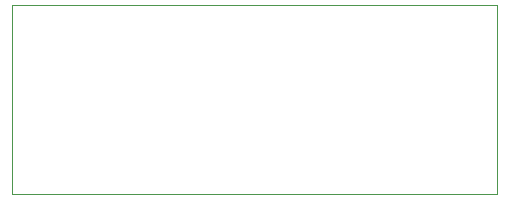
<source format=gbr>
%TF.GenerationSoftware,KiCad,Pcbnew,5.1.6+dfsg1-1~bpo10+1*%
%TF.CreationDate,2021-03-29T13:25:19-04:00*%
%TF.ProjectId,RUSP_Antenna,52555350-5f41-46e7-9465-6e6e612e6b69,rev?*%
%TF.SameCoordinates,Original*%
%TF.FileFunction,Profile,NP*%
%FSLAX46Y46*%
G04 Gerber Fmt 4.6, Leading zero omitted, Abs format (unit mm)*
G04 Created by KiCad (PCBNEW 5.1.6+dfsg1-1~bpo10+1) date 2021-03-29 13:25:19*
%MOMM*%
%LPD*%
G01*
G04 APERTURE LIST*
%TA.AperFunction,Profile*%
%ADD10C,0.050000*%
%TD*%
G04 APERTURE END LIST*
D10*
X165250000Y-105250000D02*
X165250000Y-89250000D01*
X124250000Y-105250000D02*
X165250000Y-105250000D01*
X124250000Y-89250000D02*
X165250000Y-89250000D01*
X124250000Y-105250000D02*
X124250000Y-89250000D01*
M02*

</source>
